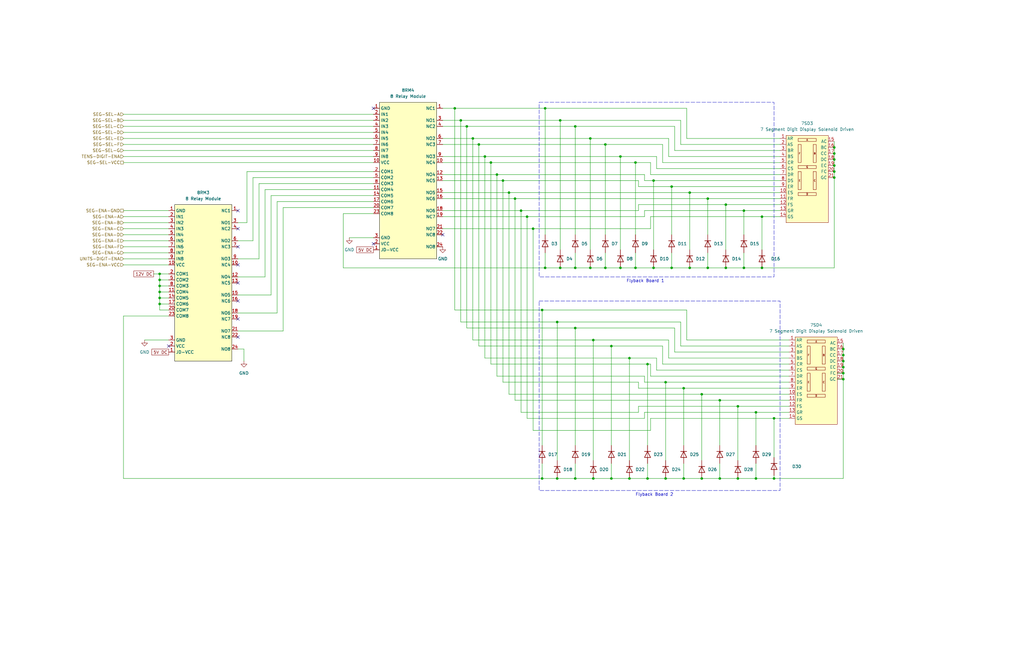
<source format=kicad_sch>
(kicad_sch (version 20230121) (generator eeschema)
  (paper "USLedger")
  (lib_symbols
    (symbol "7_Segment_Solenoid_1"
      (property "Reference" "7SD" (at 0 0 0))
      (property "Value" "7 Segment Digit Display Solenoid Driven" (at 0 0 0))
      (symbol "7_Segment_Solenoid_1_0_0"
        (text_box "A" (at -3.81 -3.81 0) (size 7.62 -1.27) (effects (font (size 0.75 0.75))))
        (text_box "B " (at 2.54 -6.35 0) (size 1.27 -7.62) (effects (font (size 0.75 0.75))))
        (text_box "C" (at 2.54 -17.78 0) (size 1.27 -7.62) (effects (font (size 0.75 0.75))))
        (text_box "D" (at -3.81 -26.67 0) (size 7.62 -1.27) (effects (font (size 0.75 0.75))))
        (text_box "E" (at -3.81 -17.78 0) (size 1.27 -7.62) (effects (font (size 0.75 0.75))))
        (text_box "F" (at -3.81 -6.35 0) (size 1.27 -7.62) (effects (font (size 0.75 0.75))))
        (text_box "G" (at -3.81 -15.24 0) (size 7.62 -1.27) (effects (font (size 0.75 0.75))))
      )
      (symbol "7_Segment_Solenoid_1_1_1"
        (rectangle (start -8.89 -2.54) (end 8.89 -39.37) (fill (type background)))
        (pin passive line (at -11.43 -3.81 0) (length 2.54) (name "AR") (number "1"))
        (pin passive line (at -11.43 -26.67 0) (length 2.54) (name "ES") (number "10"))
        (pin passive line (at -11.43 -29.21 0) (length 2.54) (name "FR") (number "11"))
        (pin passive line (at -11.43 -31.75 0) (length 2.54) (name "FS") (number "12"))
        (pin passive line (at -11.43 -34.29 0) (length 2.54) (name "GR") (number "13"))
        (pin passive line (at -11.43 -36.83 0) (length 2.54) (name "GS") (number "14"))
        (pin passive line (at 11.43 -5.08 180) (length 2.54) (name "AC") (number "15"))
        (pin passive line (at 11.43 -7.62 180) (length 2.54) (name "BC") (number "16"))
        (pin passive line (at 11.43 -10.16 180) (length 2.54) (name "CC") (number "17"))
        (pin passive line (at 11.43 -12.7 180) (length 2.54) (name "DC") (number "18"))
        (pin passive line (at 11.43 -15.24 180) (length 2.54) (name "EC") (number "19"))
        (pin passive line (at -11.43 -6.35 0) (length 2.54) (name "AS") (number "2"))
        (pin passive line (at 11.43 -17.78 180) (length 2.54) (name "FC") (number "20"))
        (pin passive line (at 11.43 -20.32 180) (length 2.54) (name "GC") (number "21"))
        (pin passive line (at -11.43 -8.89 0) (length 2.54) (name "BR") (number "3"))
        (pin passive line (at -11.43 -11.43 0) (length 2.54) (name "BS") (number "4"))
        (pin passive line (at -11.43 -13.97 0) (length 2.54) (name "CR") (number "5"))
        (pin passive line (at -11.43 -16.51 0) (length 2.54) (name "CS") (number "6"))
        (pin passive line (at -11.43 -19.05 0) (length 2.54) (name "DR") (number "7"))
        (pin passive line (at -11.43 -21.59 0) (length 2.54) (name "DS") (number "8"))
        (pin passive line (at -11.43 -24.13 0) (length 2.54) (name "ER") (number "9"))
      )
    )
    (symbol "Diode:1N4007" (pin_numbers hide) (pin_names hide)
      (property "Reference" "D" (at 0 2.54 0))
      (property "Value" "1N4007" (at 0 -2.54 0))
      (symbol "1N4007_0_1"
        (polyline (pts (xy -1.27 1.27) (xy -1.27 -1.27)) (stroke (width 0.254)))
        (polyline (pts (xy 1.27 0) (xy -1.27 0)))
        (polyline (pts (xy 1.27 1.27) (xy 1.27 -1.27) (xy -1.27 0) (xy 1.27 1.27)) (stroke (width 0.254)))
      )
      (symbol "1N4007_1_1"
        (pin passive line (at -3.81 0 0) (length 2.54) (name "K") (number "1"))
        (pin passive line (at 3.81 0 180) (length 2.54) (name "A") (number "2"))
      )
    )
    (symbol "Project Library:7_Segment_Solenoid"
      (property "Reference" "7SD" (at 0 0 0))
      (property "Value" "7 Segment Digit Display Solenoid Driven" (at 0 0 0))
      (symbol "7_Segment_Solenoid_0_0"
        (text_box "A" (at -3.81 -3.81 0) (size 7.62 -1.27) (effects (font (size 0.75 0.75))))
        (text_box "B " (at 2.54 -6.35 0) (size 1.27 -7.62) (effects (font (size 0.75 0.75))))
        (text_box "C" (at 2.54 -17.78 0) (size 1.27 -7.62) (effects (font (size 0.75 0.75))))
        (text_box "D" (at -3.81 -26.67 0) (size 7.62 -1.27) (effects (font (size 0.75 0.75))))
        (text_box "E" (at -3.81 -17.78 0) (size 1.27 -7.62) (effects (font (size 0.75 0.75))))
        (text_box "F" (at -3.81 -6.35 0) (size 1.27 -7.62) (effects (font (size 0.75 0.75))))
        (text_box "G" (at -3.81 -15.24 0) (size 7.62 -1.27) (effects (font (size 0.75 0.75))))
      )
      (symbol "7_Segment_Solenoid_1_1"
        (rectangle (start -8.89 -2.54) (end 8.89 -39.37) (fill (type background)))
        (pin passive line (at -11.43 -3.81 0) (length 2.54) (name "AR") (number "1"))
        (pin passive line (at -11.43 -26.67 0) (length 2.54) (name "ES") (number "10"))
        (pin passive line (at -11.43 -29.21 0) (length 2.54) (name "FR") (number "11"))
        (pin passive line (at -11.43 -31.75 0) (length 2.54) (name "FS") (number "12"))
        (pin passive line (at -11.43 -34.29 0) (length 2.54) (name "GR") (number "13"))
        (pin passive line (at -11.43 -36.83 0) (length 2.54) (name "GS") (number "14"))
        (pin passive line (at 11.43 -5.08 180) (length 2.54) (name "AC") (number "15"))
        (pin passive line (at 11.43 -7.62 180) (length 2.54) (name "BC") (number "16"))
        (pin passive line (at 11.43 -10.16 180) (length 2.54) (name "CC") (number "17"))
        (pin passive line (at 11.43 -12.7 180) (length 2.54) (name "DC") (number "18"))
        (pin passive line (at 11.43 -15.24 180) (length 2.54) (name "EC") (number "19"))
        (pin passive line (at -11.43 -6.35 0) (length 2.54) (name "AS") (number "2"))
        (pin passive line (at 11.43 -17.78 180) (length 2.54) (name "FC") (number "20"))
        (pin passive line (at 11.43 -20.32 180) (length 2.54) (name "GC") (number "21"))
        (pin passive line (at -11.43 -8.89 0) (length 2.54) (name "BR") (number "3"))
        (pin passive line (at -11.43 -11.43 0) (length 2.54) (name "BS") (number "4"))
        (pin passive line (at -11.43 -13.97 0) (length 2.54) (name "CR") (number "5"))
        (pin passive line (at -11.43 -16.51 0) (length 2.54) (name "CS") (number "6"))
        (pin passive line (at -11.43 -19.05 0) (length 2.54) (name "DR") (number "7"))
        (pin passive line (at -11.43 -21.59 0) (length 2.54) (name "DS") (number "8"))
        (pin passive line (at -11.43 -24.13 0) (length 2.54) (name "ER") (number "9"))
      )
    )
    (symbol "Project Library:8_Relay_Module_B"
      (property "Reference" "8RM" (at 0 -11.43 0))
      (property "Value" "8 Relay Module" (at 0 -13.97 0))
      (symbol "8_Relay_Module_B_1_1"
        (rectangle (start -33.02 -3.81) (end 33.02 -27.94) (stroke (width 0) (color 0 0 0 1)) (fill (type background)))
        (pin power_in line (at -30.48 -30.48 90) (length 2.54) (name "GND") (number "1"))
        (pin power_in line (at 29.21 -30.48 90) (length 2.54) (name "JD-VCC") (number "1"))
        (pin passive line (at -30.48 -1.27 270) (length 2.54) (name "NC1") (number "1"))
        (pin passive line (at -7.62 -1.27 270) (length 2.54) (name "NC4") (number "10"))
        (pin power_in line (at -7.62 -30.48 90) (length 2.54) (name "VCC") (number "10"))
        (pin passive line (at 3.81 -30.48 90) (length 2.54) (name "COM4") (number "11"))
        (pin passive line (at -2.54 -1.27 270) (length 2.54) (name "NO4") (number "12"))
        (pin passive line (at 0 -1.27 270) (length 2.54) (name "NC5") (number "13"))
        (pin passive line (at 6.35 -30.48 90) (length 2.54) (name "COM5") (number "14"))
        (pin passive line (at 5.08 -1.27 270) (length 2.54) (name "NO5") (number "15"))
        (pin passive line (at 7.62 -1.27 270) (length 2.54) (name "NC6") (number "16"))
        (pin passive line (at 8.89 -30.48 90) (length 2.54) (name "COM6") (number "17"))
        (pin passive line (at 12.7 -1.27 270) (length 2.54) (name "NO6") (number "18"))
        (pin passive line (at 15.24 -1.27 270) (length 2.54) (name "NC7") (number "19"))
        (pin passive line (at -3.81 -30.48 90) (length 2.54) (name "COM1") (number "2"))
        (pin input line (at -27.94 -30.48 90) (length 2.54) (name "IN1") (number "2"))
        (pin power_in line (at 26.67 -30.48 90) (length 2.54) (name "VCC") (number "2"))
        (pin passive line (at 11.43 -30.48 90) (length 2.54) (name "COM7") (number "20"))
        (pin passive line (at 20.32 -1.27 270) (length 2.54) (name "NO7") (number "21"))
        (pin passive line (at 22.86 -1.27 270) (length 2.54) (name "NC8") (number "22"))
        (pin passive line (at 13.97 -30.48 90) (length 2.54) (name "COM8") (number "23"))
        (pin passive line (at 27.94 -1.27 270) (length 2.54) (name "NO8") (number "24"))
        (pin power_in line (at 24.13 -30.48 90) (length 2.54) (name "GND") (number "3"))
        (pin input line (at -25.4 -30.48 90) (length 2.54) (name "IN2") (number "3"))
        (pin passive line (at -25.4 -1.27 270) (length 2.54) (name "NO1") (number "3"))
        (pin input line (at -22.86 -30.48 90) (length 2.54) (name "IN3") (number "4"))
        (pin passive line (at -22.86 -1.27 270) (length 2.54) (name "NC2") (number "4"))
        (pin passive line (at -1.27 -30.48 90) (length 2.54) (name "COM2") (number "5"))
        (pin input line (at -20.32 -30.48 90) (length 2.54) (name "IN4") (number "5"))
        (pin input line (at -17.78 -30.48 90) (length 2.54) (name "IN5") (number "6"))
        (pin passive line (at -17.78 -1.27 270) (length 2.54) (name "NO2") (number "6"))
        (pin input line (at -15.24 -30.48 90) (length 2.54) (name "IN6") (number "7"))
        (pin passive line (at -15.24 -1.27 270) (length 2.54) (name "NC3") (number "7"))
        (pin passive line (at 1.27 -30.48 90) (length 2.54) (name "COM3") (number "8"))
        (pin input line (at -12.7 -30.48 90) (length 2.54) (name "IN7") (number "8"))
        (pin input line (at -10.16 -30.48 90) (length 2.54) (name "IN8") (number "9"))
        (pin passive line (at -10.16 -1.27 270) (length 2.54) (name "NO3") (number "9"))
      )
    )
    (symbol "power:GND" (power) (pin_names (offset 0))
      (property "Value" "GND" (at 0 -3.81 0))
      (symbol "GND_0_1"
        (polyline (pts (xy 0 0) (xy 0 -1.27) (xy 1.27 -1.27) (xy 0 -2.54) (xy -1.27 -1.27) (xy 0 -1.27)))
      )
      (symbol "GND_1_1"
        (pin power_in line (at 0 0 270) (length 0) hide (name "GND") (number "1"))
      )
    )
  )
  (junction (at 351.79 67.31))
  (junction (at 355.6 160.02))
  (junction (at 283.21 113.03))
  (junction (at 355.6 154.94))
  (junction (at 228.6 201.93))
  (junction (at 257.81 146.05))
  (junction (at 209.55 73.66))
  (junction (at 248.92 58.42))
  (junction (at 306.07 113.03))
  (junction (at 280.67 201.93))
  (junction (at 242.57 53.34))
  (junction (at 214.63 81.28))
  (junction (at 273.05 201.93))
  (junction (at 250.19 201.93))
  (junction (at 311.15 171.45))
  (junction (at 351.79 64.77))
  (junction (at 242.57 138.43))
  (junction (at 236.22 113.03))
  (junction (at 351.79 69.85))
  (junction (at 298.45 83.82))
  (junction (at 201.93 60.96))
  (junction (at 288.29 201.93))
  (junction (at 267.97 68.58))
  (junction (at 295.91 166.37))
  (junction (at 67.31 115.57))
  (junction (at 283.21 78.74))
  (junction (at 255.27 113.03))
  (junction (at 255.27 60.96))
  (junction (at 288.29 163.83))
  (junction (at 326.39 201.93))
  (junction (at 194.31 50.8))
  (junction (at 313.69 113.03))
  (junction (at 67.31 118.11))
  (junction (at 355.6 152.4))
  (junction (at 355.6 149.86))
  (junction (at 351.79 72.39))
  (junction (at 242.57 113.03))
  (junction (at 229.87 45.72))
  (junction (at 228.6 130.81))
  (junction (at 303.53 201.93))
  (junction (at 275.59 76.2))
  (junction (at 217.17 83.82))
  (junction (at 313.69 88.9))
  (junction (at 351.79 62.23))
  (junction (at 355.6 147.32))
  (junction (at 303.53 168.91))
  (junction (at 257.81 201.93))
  (junction (at 298.45 113.03))
  (junction (at 267.97 113.03))
  (junction (at 321.31 113.03))
  (junction (at 318.77 173.99))
  (junction (at 207.01 68.58))
  (junction (at 224.79 96.52))
  (junction (at 306.07 86.36))
  (junction (at 250.19 143.51))
  (junction (at 261.62 113.03))
  (junction (at 265.43 201.93))
  (junction (at 222.25 91.44))
  (junction (at 275.59 113.03))
  (junction (at 219.71 88.9))
  (junction (at 234.95 201.93))
  (junction (at 236.22 50.8))
  (junction (at 280.67 161.29))
  (junction (at 321.31 91.44))
  (junction (at 318.77 201.93))
  (junction (at 191.77 45.72))
  (junction (at 248.92 113.03))
  (junction (at 67.31 120.65))
  (junction (at 355.6 157.48))
  (junction (at 242.57 201.93))
  (junction (at 229.87 113.03))
  (junction (at 67.31 125.73))
  (junction (at 212.09 76.2))
  (junction (at 199.39 58.42))
  (junction (at 234.95 135.89))
  (junction (at 67.31 123.19))
  (junction (at 273.05 153.67))
  (junction (at 290.83 81.28))
  (junction (at 196.85 53.34))
  (junction (at 261.62 66.04))
  (junction (at 351.79 74.93))
  (junction (at 67.31 128.27))
  (junction (at 311.15 201.93))
  (junction (at 265.43 151.13))
  (junction (at 290.83 113.03))
  (junction (at 295.91 201.93))
  (junction (at 326.39 176.53))
  (junction (at 204.47 66.04))
  (no_connect (at 100.33 127))
  (no_connect (at 100.33 142.24))
  (no_connect (at 100.33 88.9))
  (no_connect (at 157.48 102.87))
  (no_connect (at 100.33 119.38))
  (no_connect (at 100.33 134.62))
  (no_connect (at 186.69 99.06))
  (no_connect (at 100.33 96.52))
  (no_connect (at 157.48 45.72))
  (no_connect (at 71.12 146.05))
  (no_connect (at 100.33 111.76))
  (no_connect (at 100.33 104.14))
  (wire (pts (xy 273.05 153.67) (xy 274.32 153.67)))
  (wire (pts (xy 199.39 143.51) (xy 250.19 143.51)))
  (wire (pts (xy 224.79 181.61) (xy 274.32 181.61)))
  (wire (pts (xy 100.33 147.32) (xy 102.87 147.32)))
  (wire (pts (xy 265.43 151.13) (xy 265.43 194.31)))
  (wire (pts (xy 295.91 201.93) (xy 303.53 201.93)))
  (wire (pts (xy 242.57 138.43) (xy 284.48 138.43)))
  (wire (pts (xy 199.39 58.42) (xy 199.39 143.51)))
  (wire (pts (xy 250.19 143.51) (xy 281.94 143.51)))
  (wire (pts (xy 186.69 81.28) (xy 214.63 81.28)))
  (wire (pts (xy 269.24 86.36) (xy 306.07 86.36)))
  (wire (pts (xy 224.79 96.52) (xy 224.79 181.61)))
  (wire (pts (xy 229.87 106.68) (xy 229.87 113.03)))
  (wire (pts (xy 52.07 133.35) (xy 71.12 133.35)))
  (wire (pts (xy 255.27 106.68) (xy 255.27 113.03)))
  (wire (pts (xy 313.69 106.68) (xy 313.69 113.03)))
  (wire (pts (xy 242.57 53.34) (xy 242.57 99.06)))
  (wire (pts (xy 288.29 195.58) (xy 288.29 201.93)))
  (wire (pts (xy 276.86 71.12) (xy 328.93 71.12)))
  (wire (pts (xy 279.4 146.05) (xy 279.4 153.67)))
  (wire (pts (xy 67.31 120.65) (xy 71.12 120.65)))
  (wire (pts (xy 214.63 81.28) (xy 290.83 81.28)))
  (wire (pts (xy 52.07 55.88) (xy 157.48 55.88)))
  (wire (pts (xy 283.21 78.74) (xy 283.21 99.06)))
  (wire (pts (xy 255.27 113.03) (xy 261.62 113.03)))
  (wire (pts (xy 351.79 69.85) (xy 351.79 72.39)))
  (wire (pts (xy 100.33 109.22) (xy 109.22 109.22)))
  (wire (pts (xy 201.93 60.96) (xy 201.93 146.05)))
  (wire (pts (xy 326.39 176.53) (xy 332.74 176.53)))
  (wire (pts (xy 295.91 166.37) (xy 332.74 166.37)))
  (wire (pts (xy 194.31 50.8) (xy 194.31 135.89)))
  (wire (pts (xy 269.24 78.74) (xy 283.21 78.74)))
  (wire (pts (xy 207.01 68.58) (xy 267.97 68.58)))
  (wire (pts (xy 186.69 88.9) (xy 219.71 88.9)))
  (wire (pts (xy 119.38 139.7) (xy 119.38 87.63)))
  (wire (pts (xy 274.32 96.52) (xy 274.32 91.44)))
  (wire (pts (xy 355.6 160.02) (xy 355.6 201.93)))
  (wire (pts (xy 100.33 101.6) (xy 106.68 101.6)))
  (wire (pts (xy 229.87 45.72) (xy 229.87 99.06)))
  (wire (pts (xy 269.24 163.83) (xy 269.24 161.29)))
  (wire (pts (xy 204.47 66.04) (xy 261.62 66.04)))
  (wire (pts (xy 214.63 81.28) (xy 214.63 166.37)))
  (wire (pts (xy 351.79 64.77) (xy 351.79 67.31)))
  (wire (pts (xy 242.57 201.93) (xy 250.19 201.93)))
  (wire (pts (xy 271.78 161.29) (xy 271.78 158.75)))
  (wire (pts (xy 100.33 116.84) (xy 111.76 116.84)))
  (wire (pts (xy 311.15 171.45) (xy 332.74 171.45)))
  (wire (pts (xy 267.97 106.68) (xy 267.97 113.03)))
  (wire (pts (xy 119.38 87.63) (xy 157.48 87.63)))
  (wire (pts (xy 219.71 88.9) (xy 269.24 88.9)))
  (wire (pts (xy 219.71 173.99) (xy 269.24 173.99)))
  (wire (pts (xy 257.81 146.05) (xy 257.81 187.96)))
  (wire (pts (xy 284.48 53.34) (xy 284.48 63.5)))
  (wire (pts (xy 52.07 96.52) (xy 71.12 96.52)))
  (wire (pts (xy 306.07 86.36) (xy 306.07 105.41)))
  (wire (pts (xy 219.71 88.9) (xy 219.71 173.99)))
  (wire (pts (xy 116.84 132.08) (xy 116.84 85.09)))
  (wire (pts (xy 106.68 74.93) (xy 157.48 74.93)))
  (wire (pts (xy 67.31 128.27) (xy 71.12 128.27)))
  (wire (pts (xy 281.94 151.13) (xy 332.74 151.13)))
  (wire (pts (xy 186.69 45.72) (xy 191.77 45.72)))
  (wire (pts (xy 289.56 58.42) (xy 328.93 58.42)))
  (wire (pts (xy 284.48 148.59) (xy 332.74 148.59)))
  (wire (pts (xy 290.83 81.28) (xy 328.93 81.28)))
  (wire (pts (xy 217.17 83.82) (xy 298.45 83.82)))
  (wire (pts (xy 52.07 48.26) (xy 157.48 48.26)))
  (wire (pts (xy 355.6 154.94) (xy 355.6 157.48)))
  (wire (pts (xy 326.39 200.66) (xy 326.39 201.93)))
  (wire (pts (xy 234.95 201.93) (xy 242.57 201.93)))
  (wire (pts (xy 114.3 124.46) (xy 114.3 82.55)))
  (wire (pts (xy 186.69 96.52) (xy 224.79 96.52)))
  (wire (pts (xy 269.24 76.2) (xy 269.24 78.74)))
  (wire (pts (xy 269.24 173.99) (xy 269.24 171.45)))
  (wire (pts (xy 236.22 50.8) (xy 287.02 50.8)))
  (wire (pts (xy 257.81 201.93) (xy 265.43 201.93)))
  (wire (pts (xy 351.79 72.39) (xy 351.79 74.93)))
  (wire (pts (xy 303.53 195.58) (xy 303.53 201.93)))
  (wire (pts (xy 104.14 93.98) (xy 104.14 72.39)))
  (wire (pts (xy 242.57 53.34) (xy 284.48 53.34)))
  (wire (pts (xy 147.32 100.33) (xy 157.48 100.33)))
  (wire (pts (xy 318.77 173.99) (xy 332.74 173.99)))
  (wire (pts (xy 201.93 60.96) (xy 255.27 60.96)))
  (wire (pts (xy 271.78 88.9) (xy 313.69 88.9)))
  (wire (pts (xy 280.67 161.29) (xy 280.67 194.31)))
  (wire (pts (xy 355.6 160.02) (xy 353.06 160.02)))
  (wire (pts (xy 267.97 68.58) (xy 274.32 68.58)))
  (wire (pts (xy 318.77 187.96) (xy 318.77 173.99)))
  (wire (pts (xy 100.33 93.98) (xy 104.14 93.98)))
  (wire (pts (xy 207.01 68.58) (xy 207.01 153.67)))
  (wire (pts (xy 303.53 201.93) (xy 311.15 201.93)))
  (wire (pts (xy 281.94 58.42) (xy 281.94 66.04)))
  (wire (pts (xy 204.47 66.04) (xy 204.47 151.13)))
  (wire (pts (xy 234.95 135.89) (xy 287.02 135.89)))
  (wire (pts (xy 274.32 158.75) (xy 332.74 158.75)))
  (wire (pts (xy 234.95 135.89) (xy 234.95 194.31)))
  (wire (pts (xy 271.78 176.53) (xy 271.78 173.99)))
  (wire (pts (xy 64.77 115.57) (xy 67.31 115.57)))
  (wire (pts (xy 248.92 105.41) (xy 248.92 58.42)))
  (wire (pts (xy 242.57 138.43) (xy 242.57 187.96)))
  (wire (pts (xy 67.31 115.57) (xy 67.31 118.11)))
  (wire (pts (xy 191.77 45.72) (xy 229.87 45.72)))
  (wire (pts (xy 275.59 113.03) (xy 283.21 113.03)))
  (wire (pts (xy 321.31 91.44) (xy 321.31 105.41)))
  (wire (pts (xy 52.07 201.93) (xy 52.07 133.35)))
  (wire (pts (xy 186.69 73.66) (xy 209.55 73.66)))
  (wire (pts (xy 52.07 58.42) (xy 157.48 58.42)))
  (wire (pts (xy 318.77 195.58) (xy 318.77 201.93)))
  (wire (pts (xy 355.6 147.32) (xy 355.6 149.86)))
  (wire (pts (xy 267.97 113.03) (xy 275.59 113.03)))
  (wire (pts (xy 281.94 143.51) (xy 281.94 151.13)))
  (wire (pts (xy 199.39 58.42) (xy 248.92 58.42)))
  (wire (pts (xy 313.69 88.9) (xy 328.93 88.9)))
  (wire (pts (xy 104.14 72.39) (xy 157.48 72.39)))
  (wire (pts (xy 194.31 135.89) (xy 234.95 135.89)))
  (wire (pts (xy 248.92 58.42) (xy 281.94 58.42)))
  (wire (pts (xy 271.78 76.2) (xy 275.59 76.2)))
  (wire (pts (xy 290.83 105.41) (xy 290.83 81.28)))
  (wire (pts (xy 214.63 166.37) (xy 295.91 166.37)))
  (wire (pts (xy 279.4 153.67) (xy 332.74 153.67)))
  (wire (pts (xy 306.07 86.36) (xy 328.93 86.36)))
  (wire (pts (xy 271.78 161.29) (xy 280.67 161.29)))
  (wire (pts (xy 52.07 50.8) (xy 157.48 50.8)))
  (wire (pts (xy 289.56 130.81) (xy 289.56 143.51)))
  (wire (pts (xy 287.02 50.8) (xy 287.02 60.96)))
  (wire (pts (xy 52.07 91.44) (xy 71.12 91.44)))
  (wire (pts (xy 100.33 132.08) (xy 116.84 132.08)))
  (wire (pts (xy 52.07 66.04) (xy 157.48 66.04)))
  (wire (pts (xy 355.6 157.48) (xy 353.06 157.48)))
  (wire (pts (xy 313.69 88.9) (xy 313.69 99.06)))
  (wire (pts (xy 248.92 113.03) (xy 255.27 113.03)))
  (wire (pts (xy 67.31 125.73) (xy 67.31 128.27)))
  (wire (pts (xy 196.85 53.34) (xy 196.85 138.43)))
  (wire (pts (xy 257.81 146.05) (xy 279.4 146.05)))
  (wire (pts (xy 288.29 163.83) (xy 288.29 187.96)))
  (wire (pts (xy 355.6 157.48) (xy 355.6 160.02)))
  (wire (pts (xy 274.32 68.58) (xy 274.32 73.66)))
  (wire (pts (xy 281.94 66.04) (xy 328.93 66.04)))
  (wire (pts (xy 224.79 96.52) (xy 274.32 96.52)))
  (wire (pts (xy 269.24 88.9) (xy 269.24 86.36)))
  (wire (pts (xy 109.22 109.22) (xy 109.22 77.47)))
  (wire (pts (xy 186.69 91.44) (xy 222.25 91.44)))
  (wire (pts (xy 102.87 147.32) (xy 102.87 152.4)))
  (wire (pts (xy 267.97 68.58) (xy 267.97 99.06)))
  (wire (pts (xy 311.15 171.45) (xy 311.15 194.31)))
  (wire (pts (xy 52.07 88.9) (xy 71.12 88.9)))
  (wire (pts (xy 52.07 99.06) (xy 71.12 99.06)))
  (wire (pts (xy 111.76 80.01) (xy 157.48 80.01)))
  (wire (pts (xy 212.09 76.2) (xy 269.24 76.2)))
  (wire (pts (xy 217.17 83.82) (xy 217.17 168.91)))
  (wire (pts (xy 52.07 101.6) (xy 71.12 101.6)))
  (wire (pts (xy 52.07 93.98) (xy 71.12 93.98)))
  (wire (pts (xy 212.09 76.2) (xy 212.09 161.29)))
  (wire (pts (xy 222.25 91.44) (xy 271.78 91.44)))
  (wire (pts (xy 276.86 66.04) (xy 276.86 71.12)))
  (wire (pts (xy 271.78 173.99) (xy 318.77 173.99)))
  (wire (pts (xy 306.07 113.03) (xy 313.69 113.03)))
  (wire (pts (xy 71.12 115.57) (xy 67.31 115.57)))
  (wire (pts (xy 261.62 66.04) (xy 276.86 66.04)))
  (wire (pts (xy 52.07 53.34) (xy 157.48 53.34)))
  (wire (pts (xy 280.67 201.93) (xy 288.29 201.93)))
  (wire (pts (xy 257.81 195.58) (xy 257.81 201.93)))
  (wire (pts (xy 106.68 101.6) (xy 106.68 74.93)))
  (wire (pts (xy 271.78 73.66) (xy 271.78 76.2)))
  (wire (pts (xy 351.79 74.93) (xy 351.79 113.03)))
  (wire (pts (xy 204.47 151.13) (xy 265.43 151.13)))
  (wire (pts (xy 229.87 45.72) (xy 289.56 45.72)))
  (wire (pts (xy 274.32 73.66) (xy 328.93 73.66)))
  (wire (pts (xy 209.55 158.75) (xy 271.78 158.75)))
  (wire (pts (xy 186.69 60.96) (xy 201.93 60.96)))
  (wire (pts (xy 311.15 201.93) (xy 318.77 201.93)))
  (wire (pts (xy 67.31 123.19) (xy 67.31 125.73)))
  (wire (pts (xy 144.78 90.17) (xy 157.48 90.17)))
  (wire (pts (xy 100.33 124.46) (xy 114.3 124.46)))
  (wire (pts (xy 298.45 113.03) (xy 306.07 113.03)))
  (wire (pts (xy 242.57 195.58) (xy 242.57 201.93)))
  (wire (pts (xy 236.22 113.03) (xy 242.57 113.03)))
  (wire (pts (xy 351.79 59.69) (xy 351.79 62.23)))
  (wire (pts (xy 186.69 53.34) (xy 196.85 53.34)))
  (wire (pts (xy 355.6 144.78) (xy 355.6 147.32)))
  (wire (pts (xy 228.6 201.93) (xy 234.95 201.93)))
  (wire (pts (xy 217.17 168.91) (xy 303.53 168.91)))
  (wire (pts (xy 212.09 161.29) (xy 269.24 161.29)))
  (wire (pts (xy 288.29 201.93) (xy 295.91 201.93)))
  (wire (pts (xy 276.86 156.21) (xy 332.74 156.21)))
  (wire (pts (xy 67.31 118.11) (xy 67.31 120.65)))
  (wire (pts (xy 269.24 171.45) (xy 311.15 171.45)))
  (wire (pts (xy 298.45 106.68) (xy 298.45 113.03)))
  (wire (pts (xy 67.31 130.81) (xy 71.12 130.81)))
  (wire (pts (xy 255.27 60.96) (xy 255.27 99.06)))
  (wire (pts (xy 276.86 151.13) (xy 276.86 156.21)))
  (wire (pts (xy 321.31 91.44) (xy 328.93 91.44)))
  (wire (pts (xy 273.05 201.93) (xy 280.67 201.93)))
  (wire (pts (xy 326.39 201.93) (xy 355.6 201.93)))
  (wire (pts (xy 100.33 139.7) (xy 119.38 139.7)))
  (wire (pts (xy 261.62 113.03) (xy 267.97 113.03)))
  (wire (pts (xy 298.45 83.82) (xy 328.93 83.82)))
  (wire (pts (xy 144.78 113.03) (xy 144.78 90.17)))
  (wire (pts (xy 186.69 76.2) (xy 212.09 76.2)))
  (wire (pts (xy 52.07 68.58) (xy 157.48 68.58)))
  (wire (pts (xy 236.22 105.41) (xy 236.22 50.8)))
  (wire (pts (xy 67.31 128.27) (xy 67.31 130.81)))
  (wire (pts (xy 274.32 176.53) (xy 326.39 176.53)))
  (wire (pts (xy 273.05 153.67) (xy 273.05 187.96)))
  (wire (pts (xy 229.87 113.03) (xy 236.22 113.03)))
  (wire (pts (xy 265.43 201.93) (xy 273.05 201.93)))
  (wire (pts (xy 116.84 85.09) (xy 157.48 85.09)))
  (wire (pts (xy 196.85 53.34) (xy 242.57 53.34)))
  (wire (pts (xy 313.69 113.03) (xy 321.31 113.03)))
  (wire (pts (xy 196.85 138.43) (xy 242.57 138.43)))
  (wire (pts (xy 274.32 153.67) (xy 274.32 158.75)))
  (wire (pts (xy 67.31 123.19) (xy 71.12 123.19)))
  (wire (pts (xy 326.39 176.53) (xy 326.39 193.04)))
  (wire (pts (xy 275.59 76.2) (xy 275.59 105.41)))
  (wire (pts (xy 284.48 63.5) (xy 328.93 63.5)))
  (wire (pts (xy 303.53 168.91) (xy 303.53 187.96)))
  (wire (pts (xy 111.76 116.84) (xy 111.76 80.01)))
  (wire (pts (xy 289.56 45.72) (xy 289.56 58.42)))
  (wire (pts (xy 52.07 201.93) (xy 228.6 201.93)))
  (wire (pts (xy 52.07 109.22) (xy 71.12 109.22)))
  (wire (pts (xy 186.69 68.58) (xy 207.01 68.58)))
  (wire (pts (xy 228.6 130.81) (xy 228.6 187.96)))
  (wire (pts (xy 275.59 76.2) (xy 328.93 76.2)))
  (wire (pts (xy 250.19 201.93) (xy 257.81 201.93)))
  (wire (pts (xy 60.96 143.51) (xy 71.12 143.51)))
  (wire (pts (xy 289.56 143.51) (xy 332.74 143.51)))
  (wire (pts (xy 280.67 161.29) (xy 332.74 161.29)))
  (wire (pts (xy 229.87 113.03) (xy 144.78 113.03)))
  (wire (pts (xy 274.32 181.61) (xy 274.32 176.53)))
  (wire (pts (xy 191.77 130.81) (xy 228.6 130.81)))
  (wire (pts (xy 222.25 91.44) (xy 222.25 176.53)))
  (wire (pts (xy 242.57 106.68) (xy 242.57 113.03)))
  (wire (pts (xy 303.53 168.91) (xy 332.74 168.91)))
  (wire (pts (xy 287.02 135.89) (xy 287.02 146.05)))
  (wire (pts (xy 321.31 113.03) (xy 351.79 113.03)))
  (wire (pts (xy 52.07 104.14) (xy 71.12 104.14)))
  (wire (pts (xy 295.91 166.37) (xy 295.91 194.31)))
  (wire (pts (xy 288.29 163.83) (xy 332.74 163.83)))
  (wire (pts (xy 287.02 60.96) (xy 328.93 60.96)))
  (wire (pts (xy 228.6 130.81) (xy 289.56 130.81)))
  (wire (pts (xy 255.27 60.96) (xy 279.4 60.96)))
  (wire (pts (xy 287.02 146.05) (xy 332.74 146.05)))
  (wire (pts (xy 355.6 149.86) (xy 355.6 152.4)))
  (wire (pts (xy 273.05 195.58) (xy 273.05 201.93)))
  (wire (pts (xy 351.79 62.23) (xy 351.79 64.77)))
  (wire (pts (xy 283.21 106.68) (xy 283.21 113.03)))
  (wire (pts (xy 279.4 60.96) (xy 279.4 68.58)))
  (wire (pts (xy 52.07 63.5) (xy 157.48 63.5)))
  (wire (pts (xy 52.07 60.96) (xy 157.48 60.96)))
  (wire (pts (xy 261.62 66.04) (xy 261.62 105.41)))
  (wire (pts (xy 318.77 201.93) (xy 326.39 201.93)))
  (wire (pts (xy 201.93 146.05) (xy 257.81 146.05)))
  (wire (pts (xy 186.69 66.04) (xy 204.47 66.04)))
  (wire (pts (xy 114.3 82.55) (xy 157.48 82.55)))
  (wire (pts (xy 186.69 83.82) (xy 217.17 83.82)))
  (wire (pts (xy 109.22 77.47) (xy 157.48 77.47)))
  (wire (pts (xy 207.01 153.67) (xy 273.05 153.67)))
  (wire (pts (xy 67.31 125.73) (xy 71.12 125.73)))
  (wire (pts (xy 351.79 67.31) (xy 351.79 69.85)))
  (wire (pts (xy 290.83 113.03) (xy 298.45 113.03)))
  (wire (pts (xy 279.4 68.58) (xy 328.93 68.58)))
  (wire (pts (xy 191.77 45.72) (xy 191.77 130.81)))
  (wire (pts (xy 209.55 73.66) (xy 209.55 158.75)))
  (wire (pts (xy 228.6 195.58) (xy 228.6 201.93)))
  (wire (pts (xy 283.21 113.03) (xy 290.83 113.03)))
  (wire (pts (xy 355.6 152.4) (xy 355.6 154.94)))
  (wire (pts (xy 283.21 78.74) (xy 328.93 78.74)))
  (wire (pts (xy 250.19 143.51) (xy 250.19 194.31)))
  (wire (pts (xy 194.31 50.8) (xy 236.22 50.8)))
  (wire (pts (xy 222.25 176.53) (xy 271.78 176.53)))
  (wire (pts (xy 67.31 118.11) (xy 71.12 118.11)))
  (wire (pts (xy 67.31 120.65) (xy 67.31 123.19)))
  (wire (pts (xy 271.78 88.9) (xy 271.78 91.44)))
  (wire (pts (xy 186.69 50.8) (xy 194.31 50.8)))
  (wire (pts (xy 242.57 113.03) (xy 248.92 113.03)))
  (wire (pts (xy 269.24 163.83) (xy 288.29 163.83)))
  (wire (pts (xy 52.07 111.76) (xy 71.12 111.76)))
  (wire (pts (xy 274.32 91.44) (xy 321.31 91.44)))
  (wire (pts (xy 52.07 106.68) (xy 71.12 106.68)))
  (wire (pts (xy 209.55 73.66) (xy 271.78 73.66)))
  (wire (pts (xy 298.45 83.82) (xy 298.45 99.06)))
  (wire (pts (xy 186.69 58.42) (xy 199.39 58.42)))
  (wire (pts (xy 265.43 151.13) (xy 276.86 151.13)))
  (wire (pts (xy 284.48 138.43) (xy 284.48 148.59)))
  (rectangle (start 227.33 127) (end 328.93 207.01) (stroke (width 0) (type dash)))
  (rectangle (start 227.33 43.18) (end 326.39 116.84) (stroke (width 0) (type dash)))
  (text "Flyback Board 1" (at 264.16 119.38 0) (effects (font (size 1.27 1.27)) (justify left bottom)))
  (text "Flyback Board 2" (at 267.97 209.55 0) (effects (font (size 1.27 1.27)) (justify left bottom)))
  (global_label "5V DC" (shape passive) (at 157.48 105.41 180) (property "Intersheetrefs" "${INTERSHEET_REFS}" (effects hide)))
  (global_label "12V DC" (shape passive) (at 64.77 115.57 180) (property "Intersheetrefs" "${INTERSHEET_REFS}" (effects hide)))
  (global_label "5V DC" (shape passive) (at 71.12 148.59 180) (property "Intersheetrefs" "${INTERSHEET_REFS}" (effects hide)))
  (hierarchical_label "SEG-SEL-C" (shape input) (at 52.07 53.34 180))
  (hierarchical_label "SEG-ENA-A" (shape input) (at 52.07 91.44 180))
  (hierarchical_label "SEG-ENA-B" (shape input) (at 52.07 93.98 180))
  (hierarchical_label "SEG-SEL-G" (shape input) (at 52.07 63.5 180))
  (hierarchical_label "SEG-ENA-F" (shape input) (at 52.07 104.14 180))
  (hierarchical_label "SEG-ENA-VCC" (shape input) (at 52.07 111.76 180))
  (hierarchical_label "SEG-SEL-B" (shape input) (at 52.07 50.8 180))
  (hierarchical_label "SEG-ENA-E" (shape input) (at 52.07 101.6 180))
  (hierarchical_label "SEG-SEL-F" (shape input) (at 52.07 60.96 180))
  (hierarchical_label "SEG-ENA-C" (shape input) (at 52.07 96.52 180))
  (hierarchical_label "SEG-ENA-GND" (shape passive) (at 52.07 88.9 180))
  (hierarchical_label "SEG-SEL-VCC" (shape passive) (at 52.07 68.58 180))
  (hierarchical_label "TENS-DIGIT-ENA" (shape input) (at 52.07 66.04 180))
  (hierarchical_label "SEG-ENA-D" (shape input) (at 52.07 99.06 180))
  (hierarchical_label "SEG-SEL-A" (shape input) (at 52.07 48.26 180))
  (hierarchical_label "SEG-SEL-D" (shape input) (at 52.07 55.88 180))
  (hierarchical_label "SEG-ENA-G" (shape input) (at 52.07 106.68 180))
  (hierarchical_label "SEG-SEL-E" (shape input) (at 52.07 58.42 180))
  (hierarchical_label "UNITS-DIGIT-ENA" (shape input) (at 52.07 109.22 180))
  (symbol (lib_id "Diode:1N4007") (at 273.05 191.77 270) (unit 1)
    (property "Reference" "D23" (at 275.59 191.77 90) (effects (justify left)))
    (property "Value" "1N4007" (effects hide))
    (property "Footprint" "Diode_THT:D_DO-41_SOD81_P10.16mm_Horizontal" (effects hide))
    (property "Datasheet" "http://www.vishay.com/docs/88503/1n4001.pdf" (effects hide))
    (property "Sim.Device" "D" (effects hide))
    (property "Sim.Pins" "1=K 2=A" (effects hide))
  )
  (symbol (lib_id "Diode:1N4007") (at 255.27 102.87 270) (unit 1)
    (property "Reference" "D7" (at 257.81 102.87 90) (effects (justify left)))
    (property "Value" "1N4007" (effects hide))
    (property "Footprint" "Diode_THT:D_DO-41_SOD81_P10.16mm_Horizontal" (effects hide))
    (property "Datasheet" "http://www.vishay.com/docs/88503/1n4001.pdf" (effects hide))
    (property "Sim.Device" "D" (effects hide))
    (property "Sim.Pins" "1=K 2=A" (effects hide))
  )
  (symbol (lib_id "power:GND") (at 186.69 104.14 0) (unit 1)
    (property "Reference" "#PWR02" (effects hide))
    (property "Value" "GND" (at 186.69 109.22 0))
  )
  (symbol (lib_id "Diode:1N4007") (at 288.29 191.77 270) (unit 1)
    (property "Reference" "D25" (at 290.83 191.77 90) (effects (justify left)))
    (property "Value" "1N4007" (effects hide))
    (property "Footprint" "Diode_THT:D_DO-41_SOD81_P10.16mm_Horizontal" (effects hide))
    (property "Datasheet" "http://www.vishay.com/docs/88503/1n4001.pdf" (effects hide))
    (property "Sim.Device" "D" (effects hide))
    (property "Sim.Pins" "1=K 2=A" (effects hide))
  )
  (symbol (lib_id "Diode:1N4007") (at 321.31 109.22 270) (unit 1)
    (property "Reference" "D16" (at 325.12 109.22 90) (effects (justify left)))
    (property "Value" "1N4007" (effects hide))
    (property "Footprint" "Diode_THT:D_DO-41_SOD81_P10.16mm_Horizontal" (effects hide))
    (property "Datasheet" "http://www.vishay.com/docs/88503/1n4001.pdf" (effects hide))
    (property "Sim.Device" "D" (effects hide))
    (property "Sim.Pins" "1=K 2=A" (effects hide))
  )
  (symbol (lib_id "Diode:1N4007") (at 267.97 102.87 270) (unit 1)
    (property "Reference" "D9" (at 270.51 102.87 90) (effects (justify left)))
    (property "Value" "1N4007" (effects hide))
    (property "Footprint" "Diode_THT:D_DO-41_SOD81_P10.16mm_Horizontal" (effects hide))
    (property "Datasheet" "http://www.vishay.com/docs/88503/1n4001.pdf" (effects hide))
    (property "Sim.Device" "D" (effects hide))
    (property "Sim.Pins" "1=K 2=A" (effects hide))
  )
  (symbol (lib_id "Diode:1N4007") (at 242.57 191.77 270) (unit 1)
    (property "Reference" "D19" (at 245.11 191.77 90) (effects (justify left)))
    (property "Value" "1N4007" (effects hide))
    (property "Footprint" "Diode_THT:D_DO-41_SOD81_P10.16mm_Horizontal" (effects hide))
    (property "Datasheet" "http://www.vishay.com/docs/88503/1n4001.pdf" (effects hide))
    (property "Sim.Device" "D" (effects hide))
    (property "Sim.Pins" "1=K 2=A" (effects hide))
  )
  (symbol (lib_id "power:GND") (at 147.32 100.33 0) (unit 1)
    (property "Reference" "#PWR05" (effects hide))
    (property "Value" "GND" (at 147.32 105.41 0))
  )
  (symbol (lib_id "Diode:1N4007") (at 236.22 109.22 270) (unit 1)
    (property "Reference" "D4" (at 238.76 109.22 90) (effects (justify left)))
    (property "Value" "1N4007" (effects hide))
    (property "Footprint" "Diode_THT:D_DO-41_SOD81_P10.16mm_Horizontal" (effects hide))
    (property "Datasheet" "http://www.vishay.com/docs/88503/1n4001.pdf" (effects hide))
    (property "Sim.Device" "D" (effects hide))
    (property "Sim.Pins" "1=K 2=A" (effects hide))
  )
  (symbol (lib_id "Diode:1N4007") (at 248.92 109.22 270) (unit 1)
    (property "Reference" "D6" (at 251.46 109.22 90) (effects (justify left)))
    (property "Value" "1N4007" (effects hide))
    (property "Footprint" "Diode_THT:D_DO-41_SOD81_P10.16mm_Horizontal" (effects hide))
    (property "Datasheet" "http://www.vishay.com/docs/88503/1n4001.pdf" (effects hide))
    (property "Sim.Device" "D" (effects hide))
    (property "Sim.Pins" "1=K 2=A" (effects hide))
  )
  (symbol (lib_id "Diode:1N4007") (at 298.45 102.87 270) (unit 1)
    (property "Reference" "D13" (at 300.99 102.87 90) (effects (justify left)))
    (property "Value" "1N4007" (effects hide))
    (property "Footprint" "Diode_THT:D_DO-41_SOD81_P10.16mm_Horizontal" (effects hide))
    (property "Datasheet" "http://www.vishay.com/docs/88503/1n4001.pdf" (effects hide))
    (property "Sim.Device" "D" (effects hide))
    (property "Sim.Pins" "1=K 2=A" (effects hide))
  )
  (symbol (lib_id "Project Library:8_Relay_Module_B") (at 101.6 119.38 270) (unit 1)
    (property "Reference" "8RM3" (at 85.725 81.28 90))
    (property "Value" "8 Relay Module" (at 85.725 83.82 90))
  )
  (symbol (lib_id "Diode:1N4007") (at 229.87 102.87 270) (unit 1)
    (property "Reference" "D3" (at 232.41 102.87 90) (effects (justify left)))
    (property "Value" "1N4007" (effects hide))
    (property "Footprint" "Diode_THT:D_DO-41_SOD81_P10.16mm_Horizontal" (effects hide))
    (property "Datasheet" "http://www.vishay.com/docs/88503/1n4001.pdf" (effects hide))
    (property "Sim.Device" "D" (effects hide))
    (property "Sim.Pins" "1=K 2=A" (effects hide))
  )
  (symbol (lib_id "Diode:1N4007") (at 318.77 191.77 270) (unit 1)
    (property "Reference" "D29" (at 321.31 191.77 90) (effects (justify left)))
    (property "Value" "1N4007" (effects hide))
    (property "Footprint" "Diode_THT:D_DO-41_SOD81_P10.16mm_Horizontal" (effects hide))
    (property "Datasheet" "http://www.vishay.com/docs/88503/1n4001.pdf" (effects hide))
    (property "Sim.Device" "D" (effects hide))
    (property "Sim.Pins" "1=K 2=A" (effects hide))
  )
  (symbol (lib_id "Diode:1N4007") (at 311.15 198.12 270) (unit 1)
    (property "Reference" "D28" (at 313.69 198.12 90) (effects (justify left)))
    (property "Value" "1N4007" (effects hide))
    (property "Footprint" "Diode_THT:D_DO-41_SOD81_P10.16mm_Horizontal" (effects hide))
    (property "Datasheet" "http://www.vishay.com/docs/88503/1n4001.pdf" (effects hide))
    (property "Sim.Device" "D" (effects hide))
    (property "Sim.Pins" "1=K 2=A" (effects hide))
  )
  (symbol (lib_id "Diode:1N4007") (at 303.53 191.77 270) (unit 1)
    (property "Reference" "D27" (at 306.07 191.77 90) (effects (justify left)))
    (property "Value" "1N4007" (effects hide))
    (property "Footprint" "Diode_THT:D_DO-41_SOD81_P10.16mm_Horizontal" (effects hide))
    (property "Datasheet" "http://www.vishay.com/docs/88503/1n4001.pdf" (effects hide))
    (property "Sim.Device" "D" (effects hide))
    (property "Sim.Pins" "1=K 2=A" (effects hide))
  )
  (symbol (lib_id "Diode:1N4007") (at 234.95 198.12 270) (unit 1)
    (property "Reference" "D18" (at 237.49 198.12 90) (effects (justify left)))
    (property "Value" "1N4007" (effects hide))
    (property "Footprint" "Diode_THT:D_DO-41_SOD81_P10.16mm_Horizontal" (effects hide))
    (property "Datasheet" "http://www.vishay.com/docs/88503/1n4001.pdf" (effects hide))
    (property "Sim.Device" "D" (effects hide))
    (property "Sim.Pins" "1=K 2=A" (effects hide))
  )
  (symbol (lib_id "Diode:1N4007") (at 250.19 198.12 270) (unit 1)
    (property "Reference" "D20" (at 252.73 198.12 90) (effects (justify left)))
    (property "Value" "1N4007" (effects hide))
    (property "Footprint" "Diode_THT:D_DO-41_SOD81_P10.16mm_Horizontal" (effects hide))
    (property "Datasheet" "http://www.vishay.com/docs/88503/1n4001.pdf" (effects hide))
    (property "Sim.Device" "D" (effects hide))
    (property "Sim.Pins" "1=K 2=A" (effects hide))
  )
  (symbol (lib_id "power:GND") (at 60.96 143.51 0) (unit 1)
    (property "Reference" "#PWR04" (effects hide))
    (property "Value" "GND" (at 60.96 148.59 0))
  )
  (symbol (lib_id "Diode:1N4007") (at 283.21 102.87 270) (unit 1)
    (property "Reference" "D11" (at 285.75 102.87 90) (effects (justify left)))
    (property "Value" "1N4007" (effects hide))
    (property "Footprint" "Diode_THT:D_DO-41_SOD81_P10.16mm_Horizontal" (effects hide))
    (property "Datasheet" "http://www.vishay.com/docs/88503/1n4001.pdf" (effects hide))
    (property "Sim.Device" "D" (effects hide))
    (property "Sim.Pins" "1=K 2=A" (effects hide))
  )
  (symbol (lib_id "Diode:1N4007") (at 313.69 102.87 270) (unit 1)
    (property "Reference" "D15" (at 316.23 102.87 90) (effects (justify left)))
    (property "Value" "1N4007" (effects hide))
    (property "Footprint" "Diode_THT:D_DO-41_SOD81_P10.16mm_Horizontal" (effects hide))
    (property "Datasheet" "http://www.vishay.com/docs/88503/1n4001.pdf" (effects hide))
    (property "Sim.Device" "D" (effects hide))
    (property "Sim.Pins" "1=K 2=A" (effects hide))
  )
  (symbol (lib_id "Diode:1N4007") (at 261.62 109.22 270) (unit 1)
    (property "Reference" "D8" (at 264.16 109.22 90) (effects (justify left)))
    (property "Value" "1N4007" (effects hide))
    (property "Footprint" "Diode_THT:D_DO-41_SOD81_P10.16mm_Horizontal" (effects hide))
    (property "Datasheet" "http://www.vishay.com/docs/88503/1n4001.pdf" (effects hide))
    (property "Sim.Device" "D" (effects hide))
    (property "Sim.Pins" "1=K 2=A" (effects hide))
  )
  (symbol (lib_id "Diode:1N4007") (at 257.81 191.77 270) (unit 1)
    (property "Reference" "D21" (at 260.35 191.77 90) (effects (justify left)))
    (property "Value" "1N4007" (effects hide))
    (property "Footprint" "Diode_THT:D_DO-41_SOD81_P10.16mm_Horizontal" (effects hide))
    (property "Datasheet" "http://www.vishay.com/docs/88503/1n4001.pdf" (effects hide))
    (property "Sim.Device" "D" (effects hide))
    (property "Sim.Pins" "1=K 2=A" (effects hide))
  )
  (symbol (lib_id "Diode:1N4007") (at 326.39 196.85 270) (unit 1)
    (property "Reference" "D30" (at 334.01 196.85 90) (effects (justify left)))
    (property "Value" "1N4007" (effects hide))
    (property "Footprint" "Diode_THT:D_DO-41_SOD81_P10.16mm_Horizontal" (effects hide))
    (property "Datasheet" "http://www.vishay.com/docs/88503/1n4001.pdf" (effects hide))
    (property "Sim.Device" "D" (effects hide))
    (property "Sim.Pins" "1=K 2=A" (effects hide))
  )
  (symbol (lib_id "Project Library:8_Relay_Module_B") (at 187.96 76.2 270) (unit 1)
    (property "Reference" "8RM4" (at 172.085 38.1 90))
    (property "Value" "8 Relay Module" (at 172.085 40.64 90))
  )
  (symbol (lib_id "Diode:1N4007") (at 280.67 198.12 270) (unit 1)
    (property "Reference" "D24" (at 283.21 198.12 90) (effects (justify left)))
    (property "Value" "1N4007" (effects hide))
    (property "Footprint" "Diode_THT:D_DO-41_SOD81_P10.16mm_Horizontal" (effects hide))
    (property "Datasheet" "http://www.vishay.com/docs/88503/1n4001.pdf" (effects hide))
    (property "Sim.Device" "D" (effects hide))
    (property "Sim.Pins" "1=K 2=A" (effects hide))
  )
  (symbol (lib_id "Project Library:7_Segment_Solenoid") (at 344.17 139.7 0) (unit 1)
    (property "Reference" "7SD4" (at 344.17 137.16 0))
    (property "Value" "7 Segment Digit Display Solenoid Driven" (at 344.17 139.7 0))
  )
  (symbol (lib_id "Diode:1N4007") (at 265.43 198.12 270) (unit 1)
    (property "Reference" "D22" (at 267.97 198.12 90) (effects (justify left)))
    (property "Value" "1N4007" (effects hide))
    (property "Footprint" "Diode_THT:D_DO-41_SOD81_P10.16mm_Horizontal" (effects hide))
    (property "Datasheet" "http://www.vishay.com/docs/88503/1n4001.pdf" (effects hide))
    (property "Sim.Device" "D" (effects hide))
    (property "Sim.Pins" "1=K 2=A" (effects hide))
  )
  (symbol (lib_id "Diode:1N4007") (at 295.91 198.12 270) (unit 1)
    (property "Reference" "D26" (at 298.45 198.12 90) (effects (justify left)))
    (property "Value" "1N4007" (effects hide))
    (property "Footprint" "Diode_THT:D_DO-41_SOD81_P10.16mm_Horizontal" (effects hide))
    (property "Datasheet" "http://www.vishay.com/docs/88503/1n4001.pdf" (effects hide))
    (property "Sim.Device" "D" (effects hide))
    (property "Sim.Pins" "1=K 2=A" (effects hide))
  )
  (symbol (lib_name "7_Segment_Solenoid_1") (lib_id "Project Library:7_Segment_Solenoid") (at 340.36 54.61 0) (unit 1)
    (property "Reference" "7SD3" (at 340.36 52.07 0))
    (property "Value" "7 Segment Digit Display Solenoid Driven" (at 340.36 54.61 0))
  )
  (symbol (lib_id "Diode:1N4007") (at 290.83 109.22 270) (unit 1)
    (property "Reference" "D12" (at 293.37 109.22 90) (effects (justify left)))
    (property "Value" "1N4007" (effects hide))
    (property "Footprint" "Diode_THT:D_DO-41_SOD81_P10.16mm_Horizontal" (effects hide))
    (property "Datasheet" "http://www.vishay.com/docs/88503/1n4001.pdf" (effects hide))
    (property "Sim.Device" "D" (effects hide))
    (property "Sim.Pins" "1=K 2=A" (effects hide))
  )
  (symbol (lib_id "Diode:1N4007") (at 228.6 191.77 270) (unit 1)
    (property "Reference" "D17" (at 231.14 191.77 90) (effects (justify left)))
    (property "Value" "1N4007" (effects hide))
    (property "Footprint" "Diode_THT:D_DO-41_SOD81_P10.16mm_Horizontal" (effects hide))
    (property "Datasheet" "http://www.vishay.com/docs/88503/1n4001.pdf" (effects hide))
    (property "Sim.Device" "D" (effects hide))
    (property "Sim.Pins" "1=K 2=A" (effects hide))
  )
  (symbol (lib_id "power:GND") (at 102.87 152.4 0) (unit 1)
    (property "Reference" "#PWR06" (effects hide))
    (property "Value" "GND" (at 102.87 157.48 0))
  )
  (symbol (lib_id "Diode:1N4007") (at 275.59 109.22 270) (unit 1)
    (property "Reference" "D10" (at 278.13 109.22 90) (effects (justify left)))
    (property "Value" "1N4007" (effects hide))
    (property "Footprint" "Diode_THT:D_DO-41_SOD81_P10.16mm_Horizontal" (effects hide))
    (property "Datasheet" "http://www.vishay.com/docs/88503/1n4001.pdf" (effects hide))
    (property "Sim.Device" "D" (effects hide))
    (property "Sim.Pins" "1=K 2=A" (effects hide))
  )
  (symbol (lib_id "Diode:1N4007") (at 242.57 102.87 270) (unit 1)
    (property "Reference" "D5" (at 245.11 102.87 90) (effects (justify left)))
    (property "Value" "1N4007" (effects hide))
    (property "Footprint" "Diode_THT:D_DO-41_SOD81_P10.16mm_Horizontal" (effects hide))
    (property "Datasheet" "http://www.vishay.com/docs/88503/1n4001.pdf" (effects hide))
    (property "Sim.Device" "D" (effects hide))
    (property "Sim.Pins" "1=K 2=A" (effects hide))
  )
  (symbol (lib_id "Diode:1N4007") (at 306.07 109.22 270) (unit 1)
    (property "Reference" "D14" (at 308.61 109.22 90) (effects (justify left)))
    (property "Value" "1N4007" (effects hide))
    (property "Footprint" "Diode_THT:D_DO-41_SOD81_P10.16mm_Horizontal" (effects hide))
    (property "Datasheet" "http://www.vishay.com/docs/88503/1n4001.pdf" (effects hide))
    (property "Sim.Device" "D" (effects hide))
    (property "Sim.Pins" "1=K 2=A" (effects hide))
  )
)
</source>
